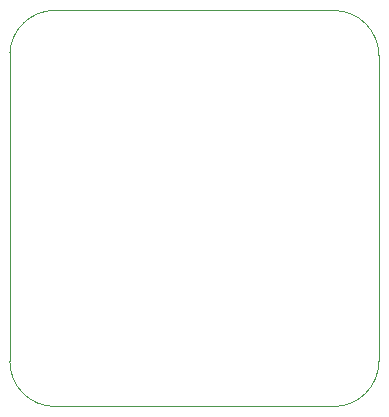
<source format=gbr>
%TF.GenerationSoftware,KiCad,Pcbnew,(6.0.0)*%
%TF.CreationDate,2022-01-04T00:39:42-05:00*%
%TF.ProjectId,wii mini usb esd board,77696920-6d69-46e6-9920-757362206573,rev?*%
%TF.SameCoordinates,Original*%
%TF.FileFunction,Profile,NP*%
%FSLAX46Y46*%
G04 Gerber Fmt 4.6, Leading zero omitted, Abs format (unit mm)*
G04 Created by KiCad (PCBNEW (6.0.0)) date 2022-01-04 00:39:42*
%MOMM*%
%LPD*%
G01*
G04 APERTURE LIST*
%TA.AperFunction,Profile*%
%ADD10C,0.100000*%
%TD*%
G04 APERTURE END LIST*
D10*
X112268000Y-72381543D02*
X135890000Y-72390000D01*
X112268000Y-72381543D02*
G75*
G03*
X108458000Y-75946000I0J-3818457D01*
G01*
X139700000Y-76200000D02*
G75*
G03*
X135890000Y-72390000I-3809999J1D01*
G01*
X108458000Y-102108000D02*
G75*
G03*
X112268000Y-105918000I3809999J-1D01*
G01*
X139700000Y-102108000D02*
X139700000Y-76200000D01*
X135890000Y-105918000D02*
X112268000Y-105918000D01*
X135890000Y-105918000D02*
G75*
G03*
X139700000Y-102108000I1J3809999D01*
G01*
X108458000Y-102108000D02*
X108458000Y-75946000D01*
M02*

</source>
